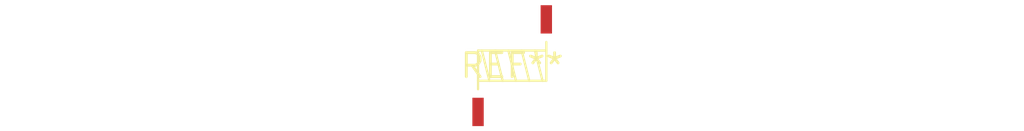
<source format=kicad_pcb>
(kicad_pcb (version 20240108) (generator pcbnew)
  (layers (0 "F.Cu" signal) (31 "B.Cu" signal) (34 "B.Paste" user) (35 "F.Paste" user) (36 "B.SilkS" user "B.Silkscreen") (37 "F.SilkS" user "F.Silkscreen") (38 "B.Mask" user) (39 "F.Mask" user) (44 "Edge.Cuts" user))
  (net 0 "")
  (footprint "L_Neosid_Air-Coil_SML_6-10turn_HAM0631A-HAM1031A" (layer "F.Cu") (at 0 0)
    (property "Reference" "REF**")
    (property "Value" "L_Neosid_Air-Coil_SML_6-10turn_HAM0631A-HAM1031A")
    (fp_line (start -1.8 -0.8) (end -1.8 1.25) (layer "F.SilkS") (stroke (width 0.12)))
    (fp_line (start -1.8 -0.8) (end 1.8 -0.8) (layer "F.SilkS") (stroke (width 0.12)))
    (fp_line (start -1.6 -0.8) (end -1.2 0.8) (layer "F.SilkS") (stroke (width 0.12)))
    (fp_line (start -0.9 -0.8) (end -0.5 0.8) (layer "F.SilkS") (stroke (width 0.12)))
    (fp_line (start -0.2 -0.8) (end 0.2 0.8) (layer "F.SilkS") (stroke (width 0.12)))
    (fp_line (start 0.5 -0.8) (end 0.9 0.8) (layer "F.SilkS") (stroke (width 0.12)))
    (fp_line (start 1.2 -0.8) (end 1.6 0.8) (layer "F.SilkS") (stroke (width 0.12)))
    (fp_line (start 1.8 0.8) (end -1.8 0.8) (layer "F.SilkS") (stroke (width 0.12)))
    (fp_line (start 1.8 0.8) (end 1.8 -1.25) (layer "F.SilkS") (stroke (width 0.12)))
    (pad "1" smd rect (at -1.8 2.45) (size 0.6 1.5) (layers "F.Cu" "F.Paste" "F.Mask"))
    (pad "2" smd rect (at 1.8 -2.45) (size 0.6 1.5) (layers "F.Cu" "F.Paste" "F.Mask"))
  )
)
</source>
